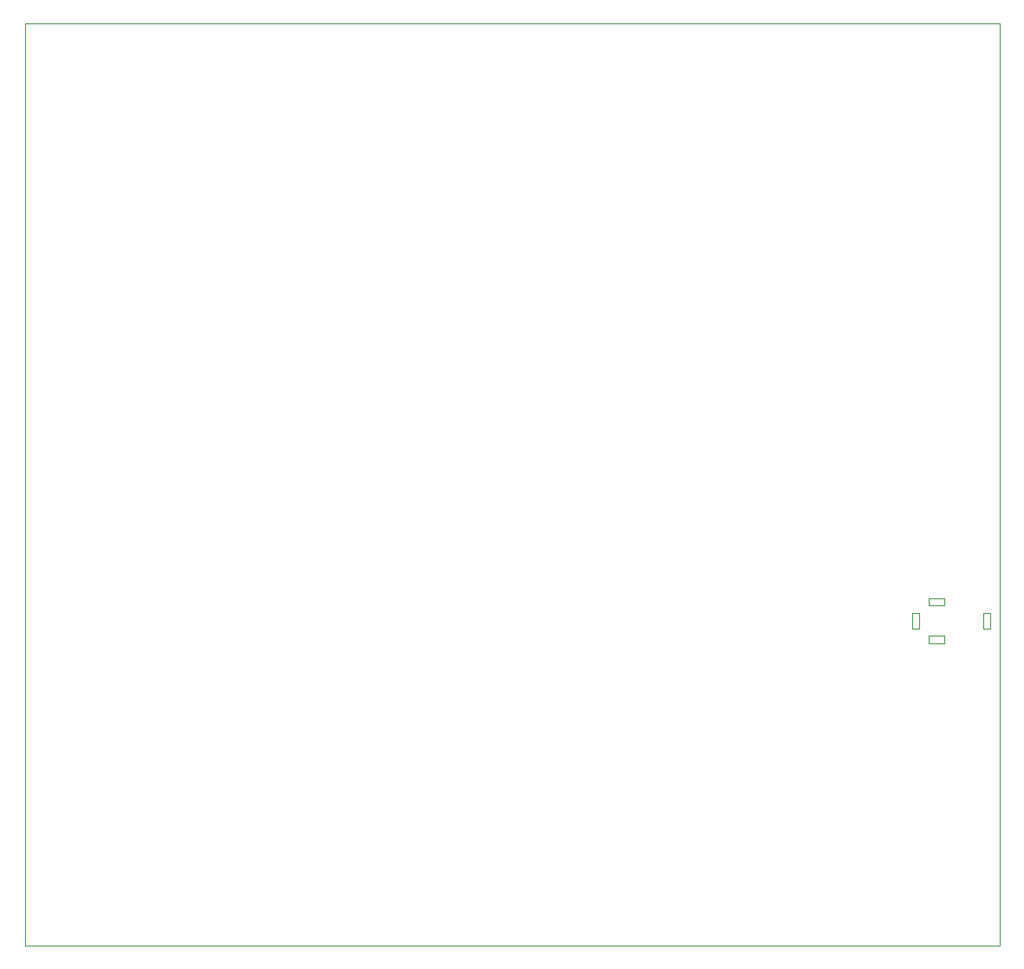
<source format=gbr>
G04 #@! TF.GenerationSoftware,KiCad,Pcbnew,(5.1.4)-1*
G04 #@! TF.CreationDate,2020-01-29T06:20:51-05:00*
G04 #@! TF.ProjectId,CameraTrigger,43616d65-7261-4547-9269-676765722e6b,rev?*
G04 #@! TF.SameCoordinates,Original*
G04 #@! TF.FileFunction,Profile,NP*
%FSLAX46Y46*%
G04 Gerber Fmt 4.6, Leading zero omitted, Abs format (unit mm)*
G04 Created by KiCad (PCBNEW (5.1.4)-1) date 2020-01-29 06:20:51*
%MOMM*%
%LPD*%
G04 APERTURE LIST*
%ADD10C,0.100000*%
%ADD11C,0.001000*%
G04 APERTURE END LIST*
D10*
X111760000Y-12700000D02*
X16510000Y-12700000D01*
X111760000Y-12700000D02*
X111760000Y-102870000D01*
X16510000Y-12700000D02*
X16510000Y-102870000D01*
X111760000Y-102870000D02*
X16510000Y-102870000D01*
D11*
X104840000Y-69620000D02*
X104840000Y-68920000D01*
X106340000Y-69620000D02*
X104840000Y-69620000D01*
X106340000Y-68920000D02*
X106340000Y-69620000D01*
X104840000Y-68920000D02*
X106340000Y-68920000D01*
X104840000Y-73320000D02*
X104840000Y-72620000D01*
X106340000Y-73320000D02*
X104840000Y-73320000D01*
X106340000Y-72620000D02*
X106340000Y-73320000D01*
X104840000Y-72620000D02*
X106340000Y-72620000D01*
X103240000Y-70370000D02*
X103940000Y-70370000D01*
X103240000Y-71870000D02*
X103240000Y-70370000D01*
X103940000Y-71870000D02*
X103240000Y-71870000D01*
X103940000Y-70370000D02*
X103940000Y-71870000D01*
X110140000Y-70370000D02*
X110840000Y-70370000D01*
X110140000Y-71870000D02*
X110140000Y-70370000D01*
X110840000Y-71870000D02*
X110140000Y-71870000D01*
X110840000Y-70370000D02*
X110840000Y-71870000D01*
M02*

</source>
